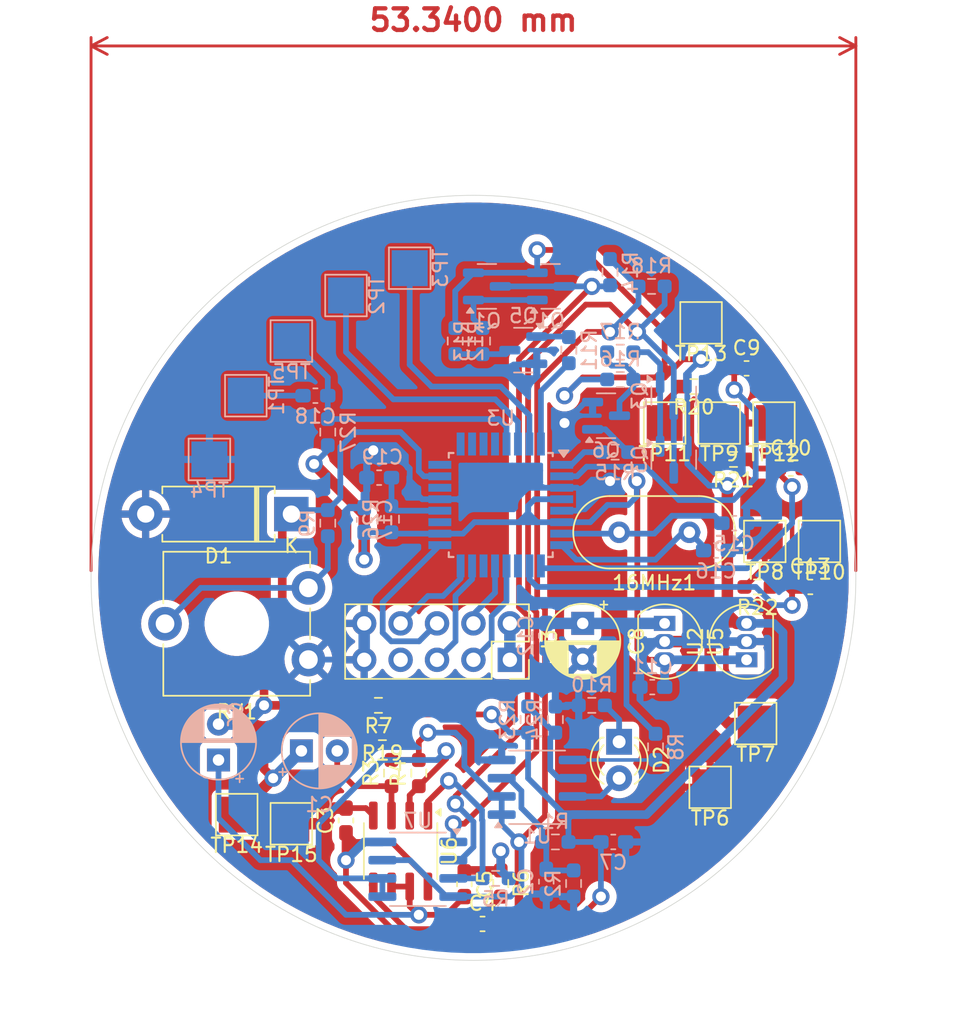
<source format=kicad_pcb>
(kicad_pcb (version 20240108) (generator "pcbnew") (generator_version "8.0")
  (title_block (title "Klokke modul") (date "08-04-2024") (rev "rev. 1") (company "E-ingeniør over grænsen"))
  (layers (0 "F.Cu" signal) (31 "B.Cu" signal) (34 "B.Paste" user) (35 "F.Paste" user) (36 "B.SilkS" user "B.Silkscreen") (37 "F.SilkS" user "F.Silkscreen") (38 "B.Mask" user) (39 "F.Mask" user) (44 "Edge.Cuts" user))
  (net 0 "")
  (net 1 "Rm{slash}L")
  (net 2 "Rm{slash}H")
  (net 3 "Vref45")
  (net 4 "+9V")
  (net 5 "GND")
  (net 6 "Knap1")
  (net 7 "SCK")
  (net 8 "CE")
  (net 9 "U{slash}~{D}_ARD")
  (net 10 "Knap3")
  (net 11 "~{Inc}_ARD")
  (net 12 "MISO")
  (net 13 "MOSI")
  (net 14 "Knap2")
  (net 15 "~{CS}")
  (net 16 "Net-(C5-Pad1)")
  (net 17 "+3V3")
  (net 18 "Net-(D2-A)")
  (net 19 "Net-(D2-K)")
  (net 20 "IRQ")
  (net 21 "Net-(Q1-B)")
  (net 22 "U{slash}~{D}_POT")
  (net 23 "Net-(Q3-B)")
  (net 24 "~{Inc}_POT")
  (net 25 "Net-(R9-Pad2)")
  (net 26 "Net-(U6A-+)")
  (net 27 "Net-(U1A-+)")
  (net 28 "Net-(U6B-+)")
  (net 29 "Net-(U6B--)")
  (net 30 "Net-(U1B-+)")
  (net 31 "Net-(U1B--)")
  (net 32 "Net-(Q5-B)")
  (net 33 "Net-(Q5-C)")
  (net 34 "Net-(Q6-B)")
  (net 35 "Net-(Q6-C)")
  (net 36 "Net-(U3-XTAL1{slash}PB6)")
  (net 37 "Net-(U3-XTAL2{slash}PB7)")
  (net 38 "ADC")
  (net 39 "+5V")
  (net 40 "DTR")
  (net 41 "RESET")
  (net 42 "Net-(U3-AREF)")
  (net 43 "RxD")
  (net 44 "TxD")
  (net 54 "Net-(R20-Pad2)")
  (net 55 "Net-(R21-Pad2)")
  (net 56 "Net-(R22-Pad2)")
  (net 57 "Net-(C1-Pad1)")
  (footprint "TestPoint:TestPoint_Pad_2.5x2.5mm" (layer "F.Cu") (at 118.11 97.79 180)
    (property "Reference" "TP14")
    (property "Value" "MIC")
  )
  (footprint "Capacitor_SMD:C_0603_1608Metric_Pad1.08x0.95mm_HandSolder" (layer "F.Cu") (at 156.755 73.66)
    (property "Reference" "C10")
    (property "Value" "47n")
  )
  (footprint "TestPoint:TestPoint_Pad_2.5x2.5mm" (layer "F.Cu") (at 151.765 70.485 180)
    (property "Reference" "TP9")
    (property "Value" "KNAP2")
  )
  (footprint "Capacitor_SMD:C_0603_1608Metric_Pad1.08x0.95mm_HandSolder" (layer "F.Cu") (at 125.73 98.1975 90)
    (property "Reference" "C3")
    (property "Value" "100n")
  )
  (footprint "Resistor_SMD:R_0603_1608Metric_Pad0.98x0.95mm_HandSolder" (layer "F.Cu") (at 127.9925 90.17 180)
    (property "Reference" "R7")
    (property "Value" "178k")
  )
  (footprint "Package_TO_SOT_THT:TO-92_Inline" (layer "F.Cu") (at 153.67 86.995 90)
    (property "Reference" "U2")
    (property "Value" "LM78L05_TO92")
  )
  (footprint "Diode_THT:D_DO-15_P10.16mm_Horizontal" (layer "F.Cu") (at 121.92 76.835 180)
    (property "Reference" "D1")
    (property "Value" "D_Zener")
  )
  (footprint "TestPoint:TestPoint_Pad_2.5x2.5mm" (layer "F.Cu") (at 147.955 70.485 180)
    (property "Reference" "TP11")
    (property "Value" "KNAP2")
  )
  (footprint "Resistor_SMD:R_0603_1608Metric_Pad0.98x0.95mm_HandSolder" (layer "F.Cu") (at 130.81 94.8925 90)
    (property "Reference" "R4")
    (property "Value" "619R")
  )
  (footprint "Resistor_SMD:R_0603_1608Metric_Pad0.98x0.95mm_HandSolder" (layer "F.Cu") (at 154.435 81.915 180)
    (property "Reference" "R22")
    (property "Value" "1k")
  )
  (footprint "Potentiometer_THT:Potentiometer_ACP_CA9-V10_Vertical_Hole" (layer "F.Cu") (at 123.11 81.98 180)
    (property "Reference" "RV1")
    (property "Value" "47k")
  )
  (footprint "Resistor_SMD:R_0603_1608Metric_Pad0.98x0.95mm_HandSolder" (layer "F.Cu") (at 149.99 67.945 180)
    (property "Reference" "R20")
    (property "Value" "1k")
  )
  (footprint "TestPoint:TestPoint_Pad_2.5x2.5mm" (layer "F.Cu") (at 151.13 95.885 180)
    (property "Reference" "TP6")
    (property "Value" "GND")
  )
  (footprint "Package_TO_SOT_THT:TO-92_Inline" (layer "F.Cu") (at 147.955 84.455 -90)
    (property "Reference" "U5")
    (property "Value" "L78L33_TO92")
  )
  (footprint "TestPoint:TestPoint_Pad_2.5x2.5mm" (layer "F.Cu") (at 121.92 98.425 180)
    (property "Reference" "TP15")
    (property "Value" "GND")
  )
  (footprint "Resistor_SMD:R_0603_1608Metric_Pad0.98x0.95mm_HandSolder" (layer "F.Cu") (at 128.27 92.075 180)
    (property "Reference" "R19")
    (property "Value" "20k")
  )
  (footprint "Capacitor_SMD:C_0603_1608Metric_Pad1.08x0.95mm_HandSolder" (layer "F.Cu") (at 158.115 81.915)
    (property "Reference" "C13")
    (property "Value" "47n")
  )
  (footprint "LED_THT:LED_D3.0mm" (layer "F.Cu") (at 144.78 92.71 -90)
    (property "Reference" "D2")
    (property "Value" "LED")
  )
  (footprint "TestPoint:TestPoint_Pad_2.5x2.5mm" (layer "F.Cu") (at 158.75 78.74 180)
    (property "Reference" "TP10")
    (property "Value" "GND")
  )
  (footprint "Resistor_SMD:R_0603_1608Metric_Pad0.98x0.95mm_HandSolder" (layer "F.Cu") (at 152.7575 73.025 180)
    (property "Reference" "R21")
    (property "Value" "1k")
  )
  (footprint "Capacitor_SMD:C_0603_1608Metric_Pad1.08x0.95mm_HandSolder" (layer "F.Cu") (at 153.67 66.675)
    (property "Reference" "C9")
    (property "Value" "47n")
  )
  (footprint "Capacitor_THT:CP_Radial_D5.0mm_P2.50mm" (layer "F.Cu") (at 142.24 84.455 -90)
    (property "Reference" "C8")
    (property "Value" "10u" (hide yes))
  )
  (footprint "Capacitor_SMD:C_0603_1608Metric_Pad1.08x0.95mm_HandSolder" (layer "F.Cu") (at 135.255 105.41)
    (property "Reference" "C4")
    (property "Value" "100n")
  )
  (footprint "Crystal:Crystal_HC18-U_Vertical" (layer "F.Cu") (at 149.68 78.105 180)
    (property "Reference" "16MHz1")
    (property "Value" "Crystal")
  )
  (footprint "TestPoint:TestPoint_Pad_2.5x2.5mm" (layer "F.Cu") (at 154.94 78.74 180)
    (property "Reference" "TP8")
    (property "Value" "KNAP3")
  )
  (footprint "Resistor_SMD:R_0603_1608Metric_Pad0.98x0.95mm_HandSolder" (layer "F.Cu") (at 128.905 94.8925 90)
    (property "Reference" "R3")
    (property "Value" "200k")
  )
  (footprint "Resistor_SMD:R_0603_1608Metric_Pad0.98x0.95mm_HandSolder" (layer "F.Cu") (at 136.525 102.5925 -90)
    (property "Reference" "R6")
    (property "Value" "1k5")
  )
  (footprint "Package_SO:SOIC-8_3.9x4.9mm_P1.27mm" (layer "F.Cu") (at 129.54 100.33 -90)
    (property "Reference" "U6")
    (property "Value" "TL082")
  )
  (footprint "TestPoint:TestPoint_Pad_2.5x2.5mm" (layer "F.Cu") (at 155.575 70.485 180)
    (property "Reference" "TP12")
    (property "Value" "GND")
  )
  (footprint "Capacitor_SMD:C_0603_1608Metric_Pad1.08x0.95mm_HandSolder" (layer "F.Cu") (at 133.985 102.6425 -90)
    (property "Reference" "C5")
    (property "Value" "100n")
  )
  (footprint "TestPoint:TestPoint_Pad_2.5x2.5mm" (layer "F.Cu") (at 154.305 91.44 180)
    (property "Reference" "TP7")
    (property "Value" "Vbat")
  )
  (footprint "TestPoint:TestPoint_Pad_2.5x2.5mm" (layer "F.Cu") (at 150.495 63.5 180)
    (property "Reference" "TP13")
    (property "Value" "GND")
  )
  (footprint "Connector_PinSocket_2.54mm:PinSocket_2x05_P2.54mm_Vertical" (layer "F.Cu") (at 137.16 86.995 -90)
    (property "Reference" "J3")
    (property "Value" "Conn_02x05_Odd_Even" (hide yes))
  )
  (footprint "Package_TO_SOT_SMD:SOT-23" (layer "B.Cu") (at 148.59 73.04 -90)
    (property "Reference" "Q3")
    (property "Value" "BC856")
  )
  (footprint "Capacitor_SMD:C_0603_1608Metric_Pad1.08x0.95mm_HandSolder" (layer "B.Cu") (at 151.5375 79.375)
    (property "Reference" "C16")
    (property "Value" "18p")
  )
  (footprint "Resistor_SMD:R_0603_1608Metric_Pad0.98x0.95mm_HandSolder" (layer "B.Cu") (at 124.46 77.47 -90)
    (property "Reference" "R9")
    (property "Value" "49k9")
  )
  (footprint "Resistor_SMD:R_0603_1608Metric_Pad0.98x0.95mm_HandSolder" (layer "B.Cu") (at 141.605 102.5925 -90)
    (property "Reference" "R2")
    (property "Value" "10k")
  )
  (footprint "Resistor_SMD:R_0603_1608Metric_Pad0.98x0.95mm_HandSolder" (layer "B.Cu") (at 140.335 91.1625 -90)
    (property "Reference" "R24")
    (property "Value" "6k19")
  )
  (footprint "TestPoint:TestPoint_Pad_2.5x2.5mm" (layer "B.Cu") (at 125.73 61.595 90)
    (property "Reference" "TP2")
    (property "Value" "Rx")
  )
  (footprint "Package_TO_SOT_SMD:SOT-23" (layer "B.Cu") (at 148.59 68.595 -90)
    (property "Reference" "Q3")
    (property "Value" "BC856")
  )
  (footprint "TestPoint:TestPoint_Pad_2.5x2.5mm" (layer "B.Cu") (at 121.92 64.77)
    (property "Reference" "TP5")
    (property "Value" "RST")
  )
  (footprint "Capacitor_SMD:C_0603_1608Metric_Pad1.08x0.95mm_HandSolder" (layer "B.Cu") (at 123.5975 68.58)
    (property "Reference" "C18")
    (property "Value" "100n")
  )
  (footprint "Capacitor_SMD:C_0603_1608Metric_Pad1.08x0.95mm_HandSolder" (layer "B.Cu") (at 139.7 102.4625 -90)
    (property "Reference" "C2")
    (property "Value" "100n")
  )
  (footprint "Resistor_SMD:R_0603_1608Metric_Pad0.98x0.95mm_HandSolder" (layer "B.Cu") (at 140.335 99.695 180)
    (property "Reference" "R1")
    (property "Value" "10k")
  )
  (footprint "Package_SO:SOIC-8_3.9x4.9mm_P1.27mm" (layer "B.Cu") (at 130.745 101.6 180)
    (property "Reference" "U7")
    (property "Value" "X9C104")
  )
  (footprint "Package_TO_SOT_SMD:SOT-23" (layer "B.Cu") (at 143.8675 69.977)
    (property "Reference" "Q6")
    (property "Value" "BC846")
  )
  (footprint "Capacitor_THT:CP_Radial_D5.0mm_P2.50mm" (layer "B.Cu") (at 122.619887 93.345)
    (property "Reference" "C1")
    (property "Value" "47u")
  )
  (footprint "Capacitor_SMD:C_0603_1608Metric_Pad1.08x0.95mm_HandSolder" (layer "B.Cu") (at 144.3725 99.695)
    (property "Reference" "C7")
    (property "Value" "100n")
  )
  (footprint "Resistor_SMD:R_0603_1608Metric_Pad0.98x0.95mm_HandSolder" (layer "B.Cu") (at 144.145 59.9675 90)
    (property "Reference" "R14")
    (property "Value" "10k")
  )
  (footprint "Resistor_SMD:R_0603_1608Metric_Pad0.98x0.95mm_HandSolder" (layer "B.Cu") (at 124.46 71.12 90)
    (property "Reference" "R27")
    (property "Value" "10k")
  )
  (footprint "Resistor_SMD:R_0603_1608Metric_Pad0.98x0.95mm_HandSolder" (layer "B.Cu") (at 144.86 65.547 180)
    (property "Reference" "R17")
    (property "Value" "10k")
  )
  (footprint "TestPoint:TestPoint_Pad_2.5x2.5mm" (layer "B.Cu") (at 116.205 73.025)
    (property "Reference" "TP4")
    (property "Value" "GND")
  )
  (footprint "Capacitor_SMD:C_0603_1608Metric_Pad1.08x0.95mm_HandSolder" (layer "B.Cu") (at 147.0925 88.9 180)
    (property "Reference" "C11")
    (property "Value" "100n")
  )
  (footprint "Resistor_SMD:R_0603_1608Metric_Pad0.98x0.95mm_HandSolder" (layer "B.Cu") (at 135.255 64.77 -90)
    (property "Reference" "R13")
    (property "Value" "10k" (hide yes))
  )
  (footprint "Package_SO:SOIC-8_3.9x4.9mm_P1.27mm" (layer "B.Cu") (at 139.065 95.885)
    (property "Reference" "U1")
    (property "Value" "TL082")
  )
  (footprint "TestPoint:TestPoint_Pad_2.5x2.5mm" (layer "B.Cu") (at 118.745 68.58 90)
    (property "Reference" "TP1")
    (property "Value" "DTR")
  )
  (footprint "Package_TO_SOT_SMD:SOT-23" (layer "B.Cu") (at 135.5575 60.96)
    (property "Reference" "Q1")
    (property "Value" "BC856")
  )
  (footprint "Resistor_SMD:R_0603_1608Metric_Pad0.98x0.95mm_HandSolder" (layer "B.Cu") (at 144.86 67.452 180)
    (property "Reference" "R16")
    (property "Value" "1k")
  )
  (footprint "Resistor_SMD:R_0603_1608Metric_Pad0.98x0.95mm_HandSolder" (layer "B.Cu") (at 147.32 93.0675 90)
    (property "Reference" "R8")
    (property "Value" "4k22")
  )
  (footprint "Capacitor_SMD:C_0603_1608Metric_Pad1.08x0.95mm_HandSolder" (layer "B.Cu") (at 139.7 85.3175 -90)
    (property "Reference" "C12")
    (property "Value" "100n")
  )
  (footprint "Resistor_SMD:R_0603_1608Metric_Pad0.98x0.95mm_HandSolder" (layer "B.Cu") (at 141.2725 65.405 90)
    (property "Reference" "R11")
    (property "Value" "5k")
  )
  (footprint "Resistor_SMD:R_0603_1608Metric_Pad0.98x0.95mm_HandSolder" (layer "B.Cu") (at 138.43 91.1625 -90)
    (property "Reference" "R23")
    (property "Value" "10k")
  )
  (footprint "Package_QFP:TQFP-32_7x7mm_P0.8mm" (layer "B.Cu") (at 136.525 76.2 180)
    (property "Reference" "U3")
    (property "Value" "ATmega168PA-A")
  )
  (footprint "Resistor_SMD:R_0603_1608Metric_Pad0.98x0.95mm_HandSolder" (layer "B.Cu") (at 144.5025 72.517)
    (property "Reference" "R15")
    (property "Value" "5k")
  )
  (footprint "Resistor_SMD:R_0603_1608Metric_Pad0.98x0.95mm_HandSolder" (layer "B.Cu") (at 147.0425 60.96 180)
    (property "Reference" "R18")
    (property "Value" "10k")
  )
  (footprint "Package_TO_SOT_SMD:SOT-23" (layer "B.Cu") (at 138.0975 65.405 180)
    (property "Reference" "Q5")
    (property "Value" "BC846")
  )
  (footprint "Capacitor_SMD:C_0603_1608Metric_Pad1.08x0.95mm_HandSolder" (layer "B.Cu") (at 128.0425 74.295 180)
    (property "Reference" "C19")
    (property "Value" "47n")
  )
  (footprint "Capacitor_SMD:C_0603_1608Metric_Pad1.08x0.95mm_HandSolder" (layer "B.Cu") (at 127 77.2425 90)
    (property "Reference" "C17")
    (property "Value" "100n")
  )
  (footprint "Resistor_SMD:R_0603_1608Metric_Pad0.98x0.95mm_HandSolder" (layer "B.Cu") (at 142.875 90.17 180)
    (property "Reference" "R10")
    (property "Value" "470R")
  )
  (footprint "Package_TO_SOT_SMD:SOT-23" (layer "B.Cu") (at 140.0025 60.96)
    (property "Reference" "Q1")
    (property "Value" "BC856")
  )
  (footprint "TestPoint:TestPoint_Pad_2.5x2.5mm" (layer "B.Cu") (at 130.175 59.69 90)
    (property "Reference" "TP3")
    (property "Value" "Tx")
  )
  (footprint "Capacitor_SMD:C_0603_1608Metric_Pad1.08x0.95mm_HandSolder" (layer "B.Cu") (at 152.8075 77.47)
    (property "Reference" "C15")
    (property "Value" "18p")
  )
  (footprint "Capacitor_THT:CP_Radial_D5.0mm_P2.50mm" (layer "B.Cu") (at 116.84 93.98 90)
    (property "Reference" "C6")
    (property "Value" "47u")
  )
  (footprint "Resistor_SMD:R_0603_1608Metric_Pad0.98x0.95mm_HandSolder" (layer "B.Cu") (at 128.905 77.1925 -90)
    (property "Reference" "R26")
    (property "Value" "1k" (hide yes))
  )
  (footprint "Resistor_SMD:R_0603_1608Metric_Pad0.98x0.95mm_HandSolder" (layer "B.Cu") (at 136.1675 102.235)
    (property "Reference" "R5")
    (property "Value" "1k5")
  )
  (footprint "Resistor_SMD:R_0603_1608Metric_Pad0.98x0.95mm_HandSolder" (layer "B.Cu") (at 133.35 64.77 90)
    (property "Reference" "R12")
    (property "Value" "1k")
  )
  (gr_circle (center 134.62 81.28) (end 107.95 81.28) (stroke (width 0.05)) (fill none) (layer "Edge.Cuts"))
  (dimension (type aligned) (layer "F.Cu") (pts (xy 161.29 81.28) (xy 107.95 81.28)) (height 37.083999) (gr_text "53.3400 mm" (at 134.62 42.396001 0) (layer "F.Cu") (effects (font (size 1.5 1.5) (thickness 0.3)))) (format (prefix "") (suffix "") (units 3) (units_format 1) (precision 4)) (style (thickness 0.2) (arrow_length 1.27) (text_position_mode 0) (extension_height 0.58642) (extension_offset 0.5) keep_text_aligned))
  (segment (start 132.715 93.9) (end 130.81 95.805) (width 0.4) (layer "F.Cu") (net 1))
  (segment (start 130.175 96.44) (end 130.81 95.805) (width 0.4) (layer "F.Cu") (net 1))
  (segment (start 132.715 93.345) (end 132.715 93.9) (width 0.4) (layer "F.Cu") (net 1))
  (segment (start 130.175 97.855) (end 130.175 96.44) (width 0.4) (layer "F.Cu") (net 1))
  (via (at 132.715 93.345) (size 1.2) (drill 0.7) (layers "F.Cu" "B.Cu") (net 1))
  (segment (start 128.27 102.235) (end 128.27 103.505) (width 0.4) (layer "B.Cu") (net 1))
  (segment (start 123.825 100.965) (end 125.095 102.235) (width 0.4) (layer "B.Cu") (net 1))
  (segment (start 128.27 93.98) (end 123.825 98.425) (width 0.4) (layer "B.Cu") (net 1))
  (segment (start 132.08 93.98) (end 128.27 93.98) (width 0.4) (layer "B.Cu") (net 1))
  (segment (start 123.825 98.425) (end 123.825 100.965) (width 0.4) (layer "B.Cu") (net 1))
  (segment (start 132.715 93.345) (end 132.08 93.98) (width 0.4) (layer "B.Cu") (net 1))
  (segment (start 125.095 102.235) (end 128.27 102.235) (width 0.4) (layer "B.Cu") (net 1))
  (segment (start 131.445 96.880001) (end 131.445 97.855) (width 0.4) (layer "F.Cu") (net 2))
  (segment (start 132.895001 95.430001) (end 131.445 96.880001) (width 0.4) (layer "F.Cu") (net 2))
  (via (at 132.895001 95.430001) (size 1.2) (drill 0.7) (layers "F.Cu" "B.Cu") (net 2))
  (segment (start 133.174502 95.430001) (end 135.215 97.470499) (width 0.4) (layer "B.Cu") (net 2))
  (segment (start 135.255 102.235) (end 133.22 102.235) (width 0.4) (layer "B.Cu") (net 2))
  (segment (start 135.255 98.211974) (end 135.255 102.235) (width 0.4) (layer "B.Cu") (net 2))
  (segment (start 135.215 98.171974) (end 135.255 98.211974) (width 0.4) (layer "B.Cu") (net 2))
  (segment (start 132.895001 95.430001) (end 133.174502 95.430001) (width 0.4) (layer "B.Cu") (net 2))
  (segment (start 135.215 97.470499) (end 135.215 98.171974) (width 0.4) (layer "B.Cu") (net 2))
  (segment (start 130.81 93.98) (end 128.905 93.98) (width 0.4) (layer "F.Cu") (net 3))
  (segment (start 139.61 83.440177) (end 139.065 82.895177) (width 0.4) (layer "F.Cu") (net 3))
  (segment (start 137.795 99.695) (end 139.61 97.88) (width 0.4) (layer "F.Cu") (net 3))
  (segment (start 139.61 97.88) (end 139.61 83.440177) (width 0.4) (layer "F.Cu") (net 3))
  (segment (start 137.795 104.775) (end 137.795 99.695) (width 0.6) (layer "F.Cu") (net 3))
  (segment (start 139.065 82.895177) (end 139.065 67.6275) (width 0.4) (layer "F.Cu") (net 3))
  (segment (start 136.1175 105.41) (end 137.16 105.41) (width 0.6) (layer "F.Cu") (net 3))
  (segment (start 130.81 92.71) (end 130.81 93.98) (width 0.4) (layer "F.Cu") (net 3))
  (segment (start 139.065 67.6275) (end 142.5575 64.135) (width 0.4) (layer "F.Cu") (net 3))
  (segment (start 142.5575 64.135) (end 144.145 64.135) (width 0.4) (layer "F.Cu") (net 3))
  (segment (start 137.16 105.41) (end 137.795 104.775) (width 0.6) (layer "F.Cu") (net 3))
  (segment (start 131.445 92.075) (end 130.81 92.71) (width 0.4) (layer "F.Cu") (net 3))
  (via (at 144.145 64.135) (size 1.2) (drill 0.7) (layers "F.Cu" "B.Cu") (net 3))
  (via (at 131.445 92.075) (size 1.2) (drill 0.7) (layers "F.Cu" "B.Cu") (net 3))
  (via (at 137.795 99.695) (size 1.2) (drill 0.7) (layers "F.Cu" "B.Cu") (net 3))
  (segment (start 136.59 98.49) (end 136.59 97.79) (width 0.4) (layer "B.Cu") (net 3))
  (segment (start 146.13 61.04) (end 146.13 62.15) (width 0.4) (layer "B.Cu") (net 3))
  (segment (start 128.27 100.965) (end 130.193026 100.965) (width 0.4) (layer "B.Cu") (net 3))
  (segment (start 133.35 92.075) (end 133.985 92.71) (width 0.4) (layer "B.Cu") (net 3))
  (segment (start 131.445 92.075) (end 133.35 92.075) (width 0.4) (layer "B.Cu") (net 3))
  (segment (start 130.193026 100.965) (end 132.733026 103.505) (width 0.4) (layer "B.Cu") (net 3))
  (segment (start 132.733026 103.505) (end 133.22 103.505) (width 0.4) (layer "B.Cu") (net 3))
  (segment (start 137.795 99.695) (end 137.9675 99.8675) (width 0.4) (layer "B.Cu") (net 3))
  (segment (start 133.985 92.71) (end 133.985 94.401974) (width 0.4) (layer "B.Cu") (net 3))
  (segment (start 137.9675 102.743142) (end 137.205642 103.505) (width 0.4) (layer "B.Cu") (net 3))
  (segment (start 137.795 99.695) (end 136.59 98.49) (width 0.4) (layer "B.Cu") (net 3))
  (segment (start 136.59 96.52) (end 136.59 97.79) (width 0.4) (layer "B.Cu") (net 3))
  (segment (start 137.205642 103.505) (end 133.22 103.505) (width 0.4) (layer "B.Cu") (net 3))
  (segment (start 133.985 94.401974) (end 136.103026 96.52) (width 0.4) (layer "B.Cu") (net 3))
  (segment (start 137.9675 99.8675) (end 137.9675 102.743142) (width 0.4) (layer "B.Cu") (net 3))
  (segment (start 144.145 59.055) (end 146.13 61.04) (width 0.4) (layer "B.Cu") (net 3))
  (segment (start 146.13 62.15) (end 144.145 64.135) (width 0.4) (layer "B.Cu") (net 3))
  (segment (start 136.103026 96.52) (end 136.59 96.52) (width 0.4) (layer "B.Cu") (net 3))
  (segment (start 151.725393 84.415393) (end 152.327893 83.812893) (width 0.8) (layer "F.Cu") (net 4))
  (segment (start 131.445 102.235) (end 131.445 102.805) (width 0.4) (layer "F.Cu") (net 4))
  (segment (start 140.97 68.58) (end 142.24 67.31) (width 0.4) (layer "F.Cu") (net 4))
  (segment (start 148.59 66.675) (end 149.225 66.04) (width 0.4) (layer "F.Cu") (net 4))
  (segment (start 152.4 91.44) (end 151.13 90.17) (width 0.8) (layer "F.Cu") (net 4))
  (segment (start 147.955 66.675) (end 147.32 67.31) (width 0.4) (layer "F.Cu") (net 4))
  (segment (start 128.905 91.7975) (end 129.1825 92.075) (width 0.4) (layer "F.Cu") (net 4))
  (segment (start 129.479092 106.3) (end 140.715 106.3) (width 0.4) (layer "F.Cu") (net 4))
  (segment (start 125.73 100.965) (end 125.73 102.550908) (width 0.4) (layer "F.Cu") (net 4))
  (segment (start 135.89 90.805) (end 130.4525 90.805) (width 0.4) (layer "F.Cu") (net 4))
  (segment (start 125.73 99.695) (end 125.73 99.06) (width 0.6) (layer "F.Cu") (net 4))
  (segment (start 139.065 58.42) (end 142.24 58.42) (width 0.4) (layer "F.Cu") (net 4))
  (segment (start 151.685786 84.455) (end 151.725393 84.415393) (width 0.6) (layer "F.Cu") (net 4))
  (segment (start 126.365 99.695) (end 125.73 99.695) (width 0.25) (layer "F.Cu") (net 4))
  (segment (start 147.32 67.31) (end 146.685 67.31) (width 0.4) (layer "F.Cu") (net 4))
  (segment (start 154.305 91.44) (end 152.4 91.44) (width 0.8) (layer "F.Cu") (net 4))
  (segment (start 142.24 58.42) (end 147.955 64.135) (width 0.4) (layer "F.Cu") (net 4))
  (segment (start 152.327893 74.857893) (end 152.327893 83.812893) (width 0.8) (layer "F.Cu") (net 4))
  (segment (start 151.13 90.17) (end 151.13 85.010786) (width 0.8) (layer "F.Cu") (net 4))
  (segment (start 152.97 84.455) (end 153.67 84.455) (width 0.8) (layer "F.Cu") (net 4))
  (segment (start 126.365 99.695) (end 128.905 99.695) (width 0.4) (layer "F.Cu") (net 4))
  (segment (start 126.365 99.695) (end 125.73 100.33) (width 0.4) (layer "F.Cu") (net 4))
  (segment (start 147.955 66.675) (end 148.59 66.675) (width 0.4) (layer "F.Cu") (net 4))
  (segment (start 130.4525 90.805) (end 129.1825 92.075) (width 0.4) (layer "F.Cu") (net 4))
  (segment (start 146.685 67.31) (end 147.955 67.31) (width 0.4) (layer "F.Cu") (net 4))
  (segment (start 128.905 99.695) (end 131.445 102.235) (width 0.4) (layer "F.Cu") (net 4))
  (segment (start 151.13 85.010786) (end 151.725393 84.415393) (width 0.8) (layer "F.Cu") (net 4))
  (segment (start 142.24 67.31) (end 146.685 67.31) (width 0.4) (layer "F.Cu") (net 4))
  (segment (start 130.4525 90.805) (end 129.54 90.805) (width 0.4) (layer "F.Cu") (net 4))
  (segment (start 125.73 102.550908) (end 129.479092 106.3) (width 0.4) (layer "F.Cu") (net 4))
  (segment (start 152.327893 83.812893) (end 152.97 84.455) (width 0.8) (layer "F.Cu") (net 4))
  (segment (start 125.73 99.06) (end 126.365 99.695) (width 0.4) (layer "F.Cu") (net 4))
  (segment (start 147.955 67.31) (end 148.59 66.675) (width 0.4) (layer "F.Cu") (net 4))
  (segment (start 125.73 100.33) (end 125.73 99.695) (width 0.6) (layer "F.Cu") (net 4))
  (segment (start 147.955 66.675) (end 147.955 67.31) (width 0.4) (layer "F.Cu") (net 4))
  (segment (start 140.715 106.3) (end 143.51 103.505) (width 0.4) (layer "F.Cu") (net 4))
  (segment (start 129.54 90.805) (end 128.905 90.17) (width 0.4) (layer "F.Cu") (net 4))
  (segment (start 147.955 64.135) (end 147.955 66.675) (width 0.4) (layer "F.Cu") (net 4))
  (segment (start 125.73 100.965) (end 125.73 100.33) (width 0.6) (layer "F.Cu") (net 4))
  (segment (start 128.905 90.17) (end 128.905 91.7975) (width 0.4) (layer "F.Cu") (net 4))
  (segment (start 149.225 66.04) (end 150.495 66.04) (width 0.4) (layer "F.Cu") (net 4))
  (segment (start 153.67 84.455) (end 151.685786 84.455) (width 0.6) (layer "F.Cu") (net 4))
  (via (at 125.73 100.965) (size 1.2) (drill 0.7) (layers "F.Cu" "B.Cu") (net 4))
  (via (at 150.495 66.04) (size 1.2) (drill 0.7) (layers "F.Cu" "B.Cu") (net 4))
  (via (at 143.51 103.505) (size 1.2) (drill 0.7) (layers "F.Cu" "B.Cu") (net 4))
  (via (at 140.97 68.58) (size 1.2) (drill 0.7) (layers "F.Cu" "B.Cu") (net 4))
  (via (at 152.327893 74.857893) (size 1.2) (drill 0.7) (layers "F.Cu" "B.Cu") (net 4))
  (via (at 135.89 90.805) (size 1.2) (drill 0.7) (layers "F.Cu" "B.Cu") (net 4))
  (via (at 139.065 58.42) (size 1.2) (drill 0.7) (layers "F.Cu" "B.Cu") (net 4))
  (segment (start 134.62 60.01) (end 133.35 61.28) (width 0.4) (layer "B.Cu") (net 4))
  (segment (start 142.098 67.452) (end 143.9475 67.452) (width 0.4) (layer "B.Cu") (net 4))
  (segment (start 149.54 73.34) (end 149.54 72.1025) (width 0.4) (layer "B.Cu") (net 4))
  (segment (start 139.065 58.42) (end 139.065 60.01) (width 0.4) (layer "B.Cu") (net 4))
  (segment (start 149.54 67.6575) (end 149.54 72.1025) (width 0.4) (layer "B.Cu") (net 4))
  (segment (start 128.27 99.695) (end 127 99.695) (width 0.6) (layer "B.Cu") (net 4))
  (segment (start 140.97 97.79) (end 138.43 95.25) (width 0.4) (layer "B.Cu") (net 4))
  (segment (start 151.057893 74.857893) (end 149.54 73.34) (width 0.4) (layer "B.Cu") (net 4))
  (segment (start 143.51 99.695) (end 141.2475 99.695) (width 0.4) (layer "B.Cu") (net 4))
  (segment (start 139.065 60.01) (end 134.62 60.01) (width 0.4) (layer "B.Cu") (net 4))
  (segment (start 141.54 97.79) (end 140.97 97.79) (width 0.4) (layer "B.Cu") (net 4))
  (segment (start 150.495 66.04) (end 149.54 66.995) (width 0.4) (layer "B.Cu") (net 4))
  (segment (start 141.54 97.79) (end 146.685 97.79) (width 0.6) (layer "B.Cu") (net 4))
  (segment (start 146.685 97.79) (end 156.21 88.265) (width 0.6) (layer "B.Cu") (net 4))
  (segment (start 141.2475 98.0825) (end 141.2475 99.695) (width 0.4) (layer "B.Cu") (net 4))
  (segment (start 155.575 84.455) (end 153.67 84.455) (width 0.6) (layer "B.Cu") (net 4))
  (segment (start 152.327893 74.857893) (end 151.057893 74.857893) (width 0.4) (layer "B.Cu") (net 4))
  (segment (start 127 99.695) (end 125.73 100.965) (width 0.6) (layer "B.Cu") (net 4))
  (segment (start 133.35 61.28) (end 133.35 63.8575) (width 0.4) (layer "B.Cu") (net 4))
  (segment (start 140.97 68.58) (end 142.098 67.452) (width 0.4) (layer "B.Cu") (net 4))
  (segment (start 138.43 92.075) (end 137.16 92.075) (width 0.4) (layer "B.Cu") (net 4))
  (segment (start 138.43 95.25) (end 138.43 92.075) (width 0.4) (layer "B.Cu") (net 4))
  (segment (start 149.54 66.995) (end 149.54 67.6575) (width 0.4) (layer "B.Cu") (net 4))
  (segment (start 137.16 92.075) (end 135.89 90.805) (width 0.4) (layer "B.Cu") (net 4))
  (segment (start 141.54 97.79) (end 141.2475 98.0825) (width 0.4) (layer "B.Cu") (net 4))
  (segment (start 156.21 85.09) (end 155.575 84.455) (width 0.6) (layer "B.Cu") (net 4))
  (segment (start 156.21 88.265) (end 156.21 85.09) (width 0.6) (layer "B.Cu") (net 4))
  (segment (start 143.51 99.695) (end 143.51 103.505) (width 0.4) (layer "B.Cu") (net 4))
  (segment (start 127.115 97.335) (end 127.635 97.855) (width 0.4) (layer "F.Cu") (net 5))
  (segment (start 149.305 85.725) (end 149.86 86.28) (width 0.8) (layer "F.Cu") (net 5))
  (segment (start 124.915 97.335) (end 123.825 98.425) (width 0.8) (layer "F.Cu") (net 5))
  (segment (start 147.955 85.725) (end 149.305 85.725) (width 0.8) (layer "F.Cu") (net 5))
  (segment (start 149.86 94.615) (end 151.13 95.885) (width 0.8) (layer "F.Cu") (net 5))
  (segment (start 149.86 86.28) (end 149.86 94.615) (width 0.8) (layer "F.Cu") (net 5))
  (segment (start 125.73 97.335) (end 127.115 97.335) (width 0.4) (layer "F.Cu") (net 5))
  (segment (start 123.825 98.425) (end 121.92 98.425) (width 0.8) (layer "F.Cu") (net 5))
  (segment (start 125.73 97.335) (end 124.915 97.335) (width 0.8) (layer "F.Cu") (net 5))
  (via (at 140.97 70.485) (size 1.2) (drill 0.7) (layers "F.Cu" "B.Cu") (net 5))
  (via (at 144.145 74.533) (size 1.2) (drill 0.7) (layers "F.Cu" "B.Cu") (net 5))
  (via (at 127.635 72.39) (size 1.2) (drill 0.7) (layers "F.Cu" "B.Cu") (net 5))
  (segment (start 127.18 76.2) (end 127 76.38) (width 0.4) (layer "B.Cu") (net 5))
  (segment (start 144.145 74.533) (end 142.343 76.335) (width 0.4) (layer "B.Cu") (net 5))
  (segment (start 141.85 76.6) (end 141.975 76.475) (width 0.4) (layer "B.Cu") (net 5))
  (segment (start 127.18 74.295) (end 127.18 76.2) (width 0.4) (layer "B.Cu") (net 5))
  (segment (start 130.175 74.93) (end 131.045 75.8) (width 0.4) (layer "B.Cu") (net 5))
  (segment (start 131.045 75.8) (end 132.275 75.8) (width 0.4) (layer "B.Cu") (net 5))
  (segment (start 142.93 69.027) (end 142.428 69.027) (width 0.4) (layer "B.Cu") (net 5))
  (segment (start 127.635 72.39) (end 127.18 72.845) (width 0.4) (layer "B.Cu") (net 5))
  (segment (start 147.32 85.725) (end 146.23 86.815) (width 0.6) (layer "B.Cu") (net 5))
  (segment (start 128.905 72.39) (end 130.175 73.66) (width 0.4) (layer "B.Cu") (net 5))
  (segment (start 146.23 86.815) (end 146.23 88.9) (width 0.6) (layer "B.Cu") (net 5))
  (segment (start 153.67 85.725) (end 147.955 85.725) (width 0.6) (layer "B.Cu") (net 5))
  (segment (start 130.175 73.66) (end 130.175 74.93) (width 0.4) (layer "B.Cu") (net 5))
  (segment (start 126.985 86.98) (end 127 86.995) (width 0.4) (layer "B.Cu") (net 5))
  (segment (start 141.975 76.475) (end 141.975 75.565) (width 0.4) (layer "B.Cu") (net 5))
  (segment (start 141.975 76.2) (end 141.975 75.565) (width 0.4) (layer "B.Cu") (net 5))
  (segment (start 134.62 75) (end 133.82 75.8) (width 0.4) (layer "B.Cu") (net 5))
  (segment (start 140.775 76.6) (end 141.85 76.6) (width 0.4) (layer "B.Cu") (net 5))
  (segment (start 127.635 72.39) (end 128.905 72.39) (width 0.4) (layer "B.Cu") (net 5))
  (segment (start 140.775 75) (end 134.62 75) (width 0.4) (layer "B.Cu") (net 5))
  (segment (start 141.975 75.565) (end 141.975 76.07) (width 0.4) (layer "B.Cu") (net 5))
  (segment (start 142.343 76.335) (end 142.24 76.335) (width 0.4) (layer "B.Cu") (net 5))
  (segment (start 142.24 90.17) (end 140.415 90.17) (width 0.4) (layer "B.Cu") (net 5))
  (segment (start 140.415 90.17) (end 140.335 90.25) (width 0.4) (layer "B.Cu") (net 5))
  (segment (start 141.975 75.565) (end 141.975 75.125) (width 0.4) (layer "B.Cu") (net 5))
  (segment (start 123.11 86.98) (end 126.985 86.98) (width 0.4) (layer "B.Cu") (net 5))
  (segment (start 153.67 77.47) (end 153.67 78.105) (width 0.4) (layer "B.Cu") (net 5))
  (segment (start 142.11 76.335) (end 141.975 76.2) (width 0.4) (layer "B.Cu") (net 5))
  (segment (start 147.955 85.725) (end 147.32 85.725) (width 0.6) (layer "B.Cu") (net 5))
  (segment (start 141.975 76.07) (end 142.24 76.335) (width 0.4) (layer "B.Cu") (net 5))
  (segment (start 141.975 75.125) (end 141.85 75) (width 0.4) (layer "B.Cu") (net 5))
  (segment (start 127 84.455) (end 127 86.995) (width 0.8) (layer "B.Cu") (net 5))
  (segment (start 142.24 76.335) (end 141.975 76.6) (width 0.4) (layer "B.Cu") (net 5))
  (segment (start 127.18 72.845) (end 127.18 74.295) (width 0.4) (layer "B.Cu") (net 5))
  (segment (start 142.428 69.027) (end 140.97 70.485) (width 0.4) (layer "B.Cu") (net 5))
  (segment (start 142.343 76.335) (end 142.11 76.335) (width 0.4) (layer "B.Cu") (net 5))
  (segment (start 141.85 75) (end 140.775 75) (width 0.4) (layer "B.Cu") (net 5))
  (segment (start 153.67 78.105) (end 152.4 79.375) (width 0.4) (layer "B.Cu") (net 5))
  (segment (start 133.82 75.8) (end 132.275 75.8) (width 0.4) (layer "B.Cu") (net 5))
  (segment (start 141.975 76.6) (end 140.775 76.6) (width 0.4) (layer "B.Cu") (net 5))
  (segment (start 150.9025 67.945) (end 152.1725 66.675) (width 0.4) (layer "F.Cu") (net 6))
  (segment (start 152.1725 66.675) (end 152.8075 66.675) (width 0.4) (layer "F.Cu") (net 6))
  (segment (start 152.8075 68.1725) (end 152.8075 66.675) (width 0.4) (layer "F.Cu") (net 6))
  (via (at 152.8075 68.1725) (size 1.2) (drill 0.7) (layers "F.Cu" "B.Cu") (net 6))
  (segment (start 148.950919 75.857893) (end 146.626026 73.533) (width 0.4) (layer "B.Cu") (net 6))
  (segment (start 154.305 69.67) (end 154.305 74.295) (width 0.4) (layer "B.Cu") (net 6))
  (segment (start 154.305 74.295) (end 152.742107 75.857893) (width 0.4) (layer "B.Cu") (net 6))
  (segment (start 152.742107 75.857893) (end 148.950919 75.857893) (width 0.4) (layer "B.Cu") (net 6))
  (segment (start 152.8075 68.1725) (end 154.305 69.67) (width 0.4) (layer "B.Cu") (net 6))
  (segment (start 142.517 73.533) (end 141.85 74.2) (width 0.4) (layer "B.Cu") (net 6))
  (segment (start 146.626026 73.533) (end 142.517 73.533) (width 0.4) (layer "B.Cu") (net 6))
  (segment (start 141.85 74.2) (end 140.775 74.2) (width 0.4) (layer "B.Cu") (net 6))
  (segment (start 130.83 85.705) (end 128.885 85.705) (width 0.4) (layer "B.Cu") (net 7))
  (segment (start 128.29 85.11) (end 128.29 82.985) (width 0.4) (layer "B.Cu") (net 7))
  (segment (start 132.08 84.455) (end 130.83 85.705) (width 0.4) (layer "B.Cu") (net 7))
  (segment (start 128.885 85.705) (end 128.29 85.11) (width 0.4) (layer "B.Cu") (net 7))
  (segment (start 128.29 82.985) (end 132.275 79) (width 0.4) (layer "B.Cu") (net 7))
  (segment (start 136.125 80.45) (end 136.125 82.315) (width 0.4) (layer "B.Cu") (net 8))
  (segment (start 136.125 82.315) (end 134.62 83.82) (width 0.4) (layer "B.Cu") (net 8))
  (segment (start 134.62 83.82) (end 134.62 84.455) (width 0.4) (layer "B.Cu") (net 8))
  (segment (start 141.2725 66.3175) (end 139.325 68.265) (width 0.4) (layer "B.Cu") (net 9))
  (segment (start 139.325 68.265) (end 139.325 71.95) (width 0.4) (layer "B.Cu") (net 9))
  (segment (start 156.845 83.185) (end 156.845 82.3225) (width 0.4) (layer "F.Cu") (net 10))
  (segment (start 156.21 81.915) (end 156.4375 81.915) (width 0.4) (layer "F.Cu") (net 10))
  (segment (start 156.845 82.3225) (end 157.2525 81.915) (width 0.4) (layer "F.Cu") (net 10))
  (segment (start 156.845 81.915) (end 156.21 81.915) (width 0.4) (layer "F.Cu") (net 10))
  (segment (start 156.21 81.915) (end 155.3475 81.915) (width 0.4) (layer "F.Cu") (net 10))
  (segment (start 157.2525 81.915) (end 156.845 81.915) (width 0.4) (layer "F.Cu") (net 10))
  (segment (start 156.4375 81.915) (end 156.845 82.3225) (width 0.4) (layer "F.Cu") (net 10))
  (segment (start 156.845 83.185) (end 156.845 81.915) (width 0.4) (layer "F.Cu") (net 10))
  (via (at 156.845 83.185) (size 1.2) (drill 0.7) (layers "F.Cu" "B.Cu") (net 10))
  (segment (start 155.575 83.185) (end 154.305 81.915) (width 0.4) (layer "B.Cu") (net 10))
  (segment (start 138.525 81.375) (end 138.525 80.45) (width 0.4) (layer "B.Cu") (net 10))
  (segment (start 156.845 83.185) (end 155.575 83.185) (width 0.4) (layer "B.Cu") (net 10))
  (segment (start 139.065 81.915) (end 138.525 81.375) (width 0.4) (layer "B.Cu") (net 10))
  (segment (start 154.305 81.915) (end 139.065 81.915) (width 0.4) (layer "B.Cu") (net 10))
  (segment (start 141.4545 73.4) (end 142.3375 72.517) (width 0.4) (layer "B.Cu") (net 11))
  (segment (start 140.775 73.4) (end 141.4545 73.4) (width 0.4) (layer "B.Cu") (net 11))
  (segment (start 142.3375 72.517) (end 143.59 72.517) (width 0.4) (layer "B.Cu") (net 11))
  (segment (start 131.445 82.55) (end 129.54 84.455) (width 0.4) (layer "B.Cu") (net 12))
  (segment (start 133.725 80.45) (end 133.725 81.326472) (width 0.4) (layer "B.Cu") (net 12))
  (segment (start 133.725 81.326472) (end 132.501472 82.55) (width 0.4) (layer "B.Cu") (net 12))
  (segment (start 132.501472 82.55) (end 131.445 82.55) (width 0.4) (layer "B.Cu") (net 12))
  (segment (start 134.525 81.375) (end 133.37 82.53) (width 0.4) (layer "B.Cu") (net 13))
  (segment (start 133.37 82.53) (end 133.37 85.705) (width 0.4) (layer "B.Cu") (net 13))
  (segment (start 133.37 85.705) (end 132.08 86.995) (width 0.4) (layer "B.Cu") (net 13))
  (segment (start 134.525 80.45) (end 134.525 81.375) (width 0.4) (layer "B.Cu") (net 13))
  (segment (start 155.8925 73.9775) (end 155.8925 73.66) (width 0.4) (layer "F.Cu") (net 14))
  (segment (start 155.8925 73.66) (end 154.305 73.66) (width 0.4) (layer "F.Cu") (net 14))
  (segment (start 154.305 73.66) (end 153.67 73.025) (width 0.4) (layer "F.Cu") (net 14))
  (segment (start 156.845 74.93) (end 155.8925 73.9775) (width 0.4) (layer "F.Cu") (net 14))
  (via (at 156.845 74.93) (size 1.2) (drill 0.7) (layers "F.Cu" "B.Cu") (net 14))
  (segment (start 139.485 80.61) (end 139.325 80.45) (width 0.4) (layer "B.Cu") (net 14))
  (segment (start 156.845 74.93) (end 156.845 77.47) (width 0.4) (layer "B.Cu") (net 14))
  (segment (start 156.845 77.47) (end 153.705 80.61) (width 0.4) (layer "B.Cu") (net 14))
  (segment (start 153.705 80.61) (end 139.485 80.61) (width 0.4) (layer "B.Cu") (net 14))
  (segment (start 135.89 85.725) (end 134.62 86.995) (width 0.4) (layer "B.Cu") (net 15))
  (segment (start 135.89 83.957233) (end 135.89 85.725) (width 0.4) (layer "B.Cu") (net 15))
  (segment (start 136.925 80.45) (end 136.925 82.922233) (width 0.4) (layer "B.Cu") (net 15))
  (segment (start 136.925 82.922233) (end 135.89 83.957233) (width 0.4) (layer "B.Cu") (net 15))
  (segment (start 134.085 101.68) (end 133.985 101.78) (width 0.6) (layer "F.Cu") (net 16))
  (segment (start 136.525 101.68) (end 134.085 101.68) (width 0.6) (layer "F.Cu") (net 16))
  (segment (start 136.525 101.68) (end 136.525 100.33) (width 0.6) (layer "F.Cu") (net 16))
  (via (at 136.525 100.33) (size 1.2) (drill 0.7) (layers "F.Cu" "B.Cu") (net 16))
  (segment (start 136.525 101.68) (end 137.08 102.235) (width 0.6) (layer "B.Cu") (net 16))
  (segment (start 136.525 100.33) (end 136.525 101.68) (width 0.6) (layer "B.Cu") (net 16))
  (segment (start 145.2925 90.1275) (end 145.2925 85.2125) (width 0.4) (layer "B.Cu") (net 17))
  (segment (start 137.16 84.455) (end 137.16 86.995) (width 0.8) (layer "B.Cu") (net 17))
  (segment (start 145.2925 85.2125) (end 146.05 84.455) (width 0.4) (layer "B.Cu") (net 17))
  (segment (start 145.2925 84.5775) (end 145.415 84.455) (width 0.4) (layer "B.Cu") (net 17))
  (segment (start 145.2925 85.2125) (end 144.78 84.7) (width 0.4) (layer "B.Cu") (net 17))
  (segment (start 142.24 84.455) (end 137.16 84.455) (width 0.8) (layer "B.Cu") (net 17))
  (segment (start 146.05 84.455) (end 147.955 84.455) (width 0.4) (layer "B.Cu") (net 17))
  (segment (start 142.24 84.455) (end 144.78 84.455) (width 0.8) (layer "B.Cu") (net 17))
  (segment (start 145.415 84.455) (end 147.955 84.455) (width 0.8) (layer "B.Cu") (net 17))
  (segment (start 144.78 84.7) (end 144.78 84.455) (width 0.4) (layer "B.Cu") (net 17))
  (segment (start 145.2925 85.2125) (end 145.2925 84.5775) (width 0.4) (layer "B.Cu") (net 17))
  (segment (start 144.78 84.455) (end 145.415 84.455) (width 0.8) (layer "B.Cu") (net 17))
  (segment (start 147.32 92.155) (end 145.2925 90.1275) (width 0.4) (layer "B.Cu") (net 17))
  (segment (start 143.51 96.52) (end 141.54 96.52) (width 0.4) (layer "B.Cu") (net 18))
  (segment (start 144.78 95.25) (end 143.51 96.52) (width 0.4) (layer "B.Cu") (net 18))
  (segment (start 144.78 91.1625) (end 143.7875 90.17) (width 0.4) (layer "B.Cu") (net 19))
  (segment (start 144.78 92.71) (end 144.78 91.1625) (width 0.4) (layer "B.Cu") (net 19))
  (segment (start 134.62 61.91) (end 134.62 63.2225) (width 0.4) (layer "B.Cu") (net 21))
  (segment (start 134.62 63.2225) (end 135.255 63.8575) (width 0.4) (layer "B.Cu") (net 21))
  (segment (start 139.065 61.91) (end 134.62 61.91) (width 0.4) (layer "B.Cu") (net 21))
  (segment (start 133.362562 96.507438) (end 138.41 91.46) (width 0.4) (layer "F.Cu") (net 22))
  (segment (start 138.41 83.937233) (end 137.795 83.322233) (width 0.4) (layer "F.Cu") (net 22))
  (segment (start 137.795 83.322233) (end 137.795 66.04) (width 0.4) (layer "F.Cu") (net 22))
  (segment (start 137.795 66.04) (end 142.875 60.96) (width 0.4) (layer "F.Cu") (net 22))
  (segment (start 138.41 91.46) (end 138.41 83.937233) (width 0.4) (layer "F.Cu") (net 22))
  (segment (start 133.362562 97.032275) (end 133.362562 96.507438) (width 0.4) (layer "F.Cu") (net 22))
  (via (at 142.875 60.96) (size 1.2) (drill 0.7) (layers "F.Cu" "B.Cu") (net 22))
  (via (at 133.362562 97.032275) (size 1.2) (drill 0.7) (layers "F.Cu" "B.Cu") (net 22))
  (segment (start 144.5025 60.96) (end 142.875 60.96) (width 0.4) (layer "B.Cu") (net 22))
  (segment (start 134.62 100.051974) (end 133.706974 100.965) (width 0.4) (layer "B.Cu") (net 22))
  (segment (start 133.362562 97.032275) (end 134.62 98.289713) (width 0.4) (layer "B.Cu") (net 22))
  (segment (start 134.62 98.289713) (end 134.62 100.051974) (width 0.4) (layer "B.Cu") (net 22))
  (segment (start 142.875 60.96) (end 140.94 60.96) (width 0.4) (layer "B.Cu") (net 22))
  (segment (start 133.706974 100.965) (end 133.22 100.965) (width 0.4) (layer "B.Cu") (net 22))
  (segment (start 140.94 60.96) (end 136.495 60.96) (width 0.4) (layer "B.Cu") (net 22))
  (segment (start 145.7725 65.547) (end 146.812 65.547) (width 0.4) (layer "B.Cu") (net 23))
  (segment (start 147.64 72.1025) (end 147.64 67.6575) (width 0.4) (layer "B.Cu") (net 23))
  (segment (start 147.64 66.375) (end 147.64 67.6575) (width 0.4) (layer "B.Cu") (net 23))
  (segment (start 146.812 65.547) (end 147.64 66.375) (width 0.4) (layer "B.Cu") (net 23))
  (segment (start 138.43 83.108705) (end 139.01 83.688705) (width 0.4) (layer "F.Cu") (net 24))
  (segment (start 139.01 83.688705) (end 139.01 93.4) (width 0.4) (layer "F.Cu") (net 24))
  (segment (start 142.453528 62.23) (end 138.43 66.253528) (width 0.4) (layer "F.Cu") (net 24))
  (segment (start 144.145 62.23) (end 142.453528 62.23) (width 0.4) (layer "F.Cu") (net 24))
  (segment (start 133.985 98.425) (end 133.22 98.425) (width 0.4) (layer "F.Cu") (net 24))
  (segment (start 138.43 66.253528) (end 138.43 83.108705) (width 0.4) (layer "F.Cu") (net 24))
  (segment (start 139.01 93.4) (end 133.985 98.425) (width 0.4) (layer "F.Cu") (net 24))
  (segment (start 146.05 64.135) (end 144.145 62.23) (width 0.4) (layer "F.Cu") (net 24))
  (via (at 146.05 64.135) (size 1.2) (drill 0.7) (layers "F.Cu" "B.Cu") (net 24))
  (via (at 133.22 98.425) (size 1.2) (drill 0.7) (layers "F.Cu" "B.Cu") (net 24))
  (segment (start 146.05 64.135) (end 147.955 62.23) (width 0.4) (layer "B.Cu") (net 24))
  (segment (start 148.59 73.9775) (end 148.59 69.5325) (width 0.4) (layer "B.Cu") (net 24))
  (segment (start 146.248528 64.135) (end 148.59 66.476472) (width 0.4) (layer "B.Cu") (net 24))
  (segment (start 148.59 66.476472) (end 148.59 69.5325) (width 0.4) (layer "B.Cu") (net 24))
  (segment (start 147.955 62.23) (end 147.955 60.96) (width 0.4) (layer "B.Cu") (net 24))
  (segment (start 133.22 98.425) (end 133.22 99.695) (width 0.4) (layer "B.Cu") (net 24))
  (segment (start 146.05 64.135) (end 146.248528 64.135) (width 0.4) (layer "B.Cu") (net 24))
  (segment (start 124.46 78.3825) (end 124.46 80.63) (width 0.4) (layer "B.Cu") (net 25))
  (segment (start 123.11 81.98) (end 115.61 81.98) (width 0.4) (layer "B.Cu") (net 25))
  (segment (start 115.61 81.98) (end 113.11 84.48) (width 0.4) (layer "B.Cu") (net 25))
  (segment (start 124.46 80.63) (end 123.11 81.98) (width 0.4) (layer "B.Cu") (net 25))
  (segment (start 125.119887 93.345) (end 125.119887 94.639887) (width 0.4) (layer "F.Cu") (net 26))
  (segment (start 128.905 95.805) (end 128.905 97.855) (width 0.4) (layer "F.Cu") (net 26))
  (segment (start 125.119887 94.639887) (end 126.285 95.805) (width 0.4) (layer "F.Cu") (net 26))
  (segment (start 126.285 95.805) (end 128.905 95.805) (width 0.4) (layer "F.Cu") (net 26))
  (segment (start 141.605 101.68) (end 139.78 101.68) (width 0.4) (layer "B.Cu") (net 27))
  (segment (start 137.965 96.138026) (end 137.076974 95.25) (width 0.4) (layer "B.Cu") (net 27))
  (segment (start 137.965 97.325) (end 137.965 96.138026) (width 0.4) (layer "B.Cu") (net 27))
  (segment (start 139.7 101.6) (end 139.7 99.9725) (width 0.4) (layer "B.Cu") (net 27))
  (segment (start 137.076974 95.25) (end 136.59 95.25) (width 0.4) (layer "B.Cu") (net 27))
  (segment (start 139.4225 98.7825) (end 137.965 97.325) (width 0.4) (layer "B.Cu") (net 27))
  (segment (start 139.4225 99.695) (end 139.4225 98.7825) (width 0.4) (layer "B.Cu") (net 27))
  (segment (start 139.78 101.68) (end 139.7 101.6) (width 0.4) (layer "B.Cu") (net 27))
  (segment (start 139.7 99.9725) (end 139.4225 99.695) (width 0.4) (layer "B.Cu") (net 27))
  (segment (start 127.52 102.69) (end 127.635 102.805) (width 0.4) (layer "F.Cu") (net 28))
  (segment (start 129.905 105.775) (end 134.0275 105.775) (width 0.4) (layer "F.Cu") (net 28))
  (segment (start 134.62 105.41) (end 136.525 103.505) (width 0.4) (layer "F.Cu") (net 28))
  (segment (start 134.0275 105.775) (end 134.3925 105.41) (width 0.4) (layer "F.Cu") (net 28))
  (segment (start 134.3925 105.41) (end 134.62 105.41) (width 0.4) (layer "F.Cu") (net 28))
  (segment (start 127.635 103.505) (end 129.905 105.775) (width 0.4) (layer "F.Cu") (net 28))
  (segment (start 127.635 102.805) (end 127.635 103.505) (width 0.4) (layer "F.Cu") (net 28))
  (segment (start 130.175 102.805) (end 128.905 102.805) (width 0.4) (layer "F.Cu") (net 29))
  (segment (start 132.715 104.775) (end 133.985 103.505) (width 0.4) (layer "F.Cu") (net 29))
  (segment (start 130.175 102.805) (end 130.175 104.181513) (width 0.4) (layer "F.Cu") (net 29))
  (segment (start 130.768487 104.775) (end 130.81 104.775) (width 0.4) (layer "F.Cu") (net 29))
  (segment (start 130.81 104.775) (end 132.715 104.775) (width 0.4) (layer "F.Cu") (net 29))
  (segment (start 130.175 104.181513) (end 130.768487 104.775) (width 0.4) (layer "F.Cu") (net 29))
  (via (at 130.81 104.775) (size 1.2) (drill 0.7) (layers "F.Cu" "B.Cu") (net 29))
  (segment (start 116.84 98.04327) (end 116.84 93.98) (width 0.4) (layer "B.Cu") (net 29))
  (segment (start 130.81 104.775) (end 125.73 104.775) (width 0.4) (layer "B.Cu") (net 29))
  (segment (start 121.92 100.965) (end 119.76173 100.965) (width 0.4) (layer "B.Cu") (net 29))
  (segment (start 125.73 104.775) (end 121.92 100.965) (width 0.4) (layer "B.Cu") (net 29))
  (segment (start 119.76173 100.965) (end 116.84 98.04327) (width 0.4) (layer "B.Cu") (net 29))
  (segment (start 147.32 93.98) (end 147.29 94.01) (width 0.4) (layer "B.Cu") (net 30))
  (segment (start 147.32 93.98) (end 141.54 93.98) (width 0.25) (layer "B.Cu") (net 30))
  (segment (start 139.9775 92.4325) (end 139.9775 94.662499) (width 0.4) (layer "B.Cu") (net 31))
  (segment (start 140.255 92.075) (end 138.43 90.25) (width 0.4) (layer "B.Cu") (net 31))
  (segment (start 140.335 92.075) (end 140.255 92.075) (width 0.4) (layer "B.Cu") (net 31))
  (segment (start 140.335 92.075) (end 139.9775 92.4325) (width 0.4) (layer "B.Cu") (net 31))
  (segment (start 140.565001 95.25) (end 139.9775 94.662499) (width 0.4) (layer "B.Cu") (net 31))
  (segment (start 141.54 95.25) (end 140.565001 95.25) (width 0.4) (layer "B.Cu") (net 31))
  (segment (start 139.035 64.455) (end 141.235 64.455) (width 0.4) (layer "B.Cu") (net 32))
  (segment (start 141.235 64.455) (end 141.2725 64.4925) (width 0.4) (layer "B.Cu") (net 32))
  (segment (start 136.8825 65.6825) (end 137.16 65.405) (width 0.4) (layer "B.Cu") (net 33))
  (segment (start 133.35 65.6825) (end 135.255 65.6825) (width 0.4) (layer "B.Cu") (net 33))
  (segment (start 134.62 65.6825) (end 136.8825 65.6825) (width 0.4) (layer "B.Cu") (net 33))
  (segment (start 143.825 70.927) (end 145.415 72.517) (width 0.4) (layer "B.Cu") (net 34))
  (segment (start 142.93 70.927) (end 143.825 70.927) (width 0.4) (layer "B.Cu") (net 34))
  (segment (start 145.7725 68.0085) (end 144.805 68.976) (width 0.4) (layer "B.Cu") (net 35))
  (segment (start 145.7725 67.452) (end 145.7725 68.0085) (width 0.4) (layer "B.Cu") (net 35))
  (segment (start 144.2485 66.4845) (end 145.2645 66.4845) (width 0.4) (layer "B.Cu") (net 35))
  (segment (start 143.9475 66.1835) (end 144.2485 66.4845) (width 0.4) (layer "B.Cu") (net 35))
  (segment (start 144.805 68.976) (end 144.805 69.977) (width 0.4) (layer "B.Cu") (net 35))
  (segment (start 143.9475 65.547) (end 143.9475 66.1835) (width 0.4) (layer "B.Cu") (net 35))
  (segment (start 145.2645 66.4845) (end 145.7725 66.9925) (width 0.4) (layer "B.Cu") (net 35))
  (segment (start 145.7725 66.9925) (end 145.7725 67.452) (width 0.4) (layer "B.Cu") (net 35))
  (segment (start 151.945 77.47) (end 151.43 76.955) (width 0.4) (layer "B.Cu") (net 36))
  (segment (start 147.225 78.2) (end 140.775 78.2) (width 0.4) (layer "B.Cu") (net 36))
  (segment (start 151.43 76.955) (end 148.47 76.955) (width 0.4) (layer "B.Cu") (net 36))
  (segment (start 148.47 76.955) (end 147.225 78.2) (width 0.4) (layer "B.Cu") (net 36))
  (segment (start 140.775 79) (end 141.785 80.01) (width 0.4) (layer "B.Cu") (net 37))
  (segment (start 147.32 80.01) (end 149.225 78.105) (width 0.4) (layer "B.Cu") (net 37))
  (segment (start 150.675 79.1) (end 149.68 78.105) (width 0.4) (layer "B.Cu") (net 37))
  (segment (start 149.225 78.105) (end 150.2675 78.105) (width 0.4) (layer "B.Cu") (net 37))
  (segment (start 150.675 79.375) (end 150.675 79.1) (width 0.4) (layer "B.Cu") (net 37))
  (segment (start 141.785 80.01) (end 147.32 80.01) (width 0.4) (layer "B.Cu") (net 37))
  (segment (start 120.015 86.995) (end 121.285 85.725) (width 0.6) (layer "F.Cu") (net 38))
  (segment (start 127.08 90.17) (end 120.015 90.17) (width 0.6) (layer "F.Cu") (net 38))
  (segment (start 120.015 90.17) (end 120.015 86.995) (width 0.6) (layer "F.Cu") (net 38))
  (segment (start 121.285 77.47) (end 121.92 76.835) (width 0.6) (layer "F.Cu") (net 38))
  (segment (start 121.285 85.725) (end 121.285 77.47) (width 0.6) (layer "F.Cu") (net 38))
  (via (at 120.015 90.17) (size 1.2) (drill 0.7) (layers "F.Cu" "B.Cu") (net 38))
  (segment (start 122.8325 76.5575) (end 122.555 76.835) (width 0.4) (layer "B.Cu") (net 38))
  (segment (start 124.46 76.5575) (end 122.8325 76.5575) (width 0.4) (layer "B.Cu") (net 38))
  (segment (start 130.81 73.854) (end 130.81 72.39) (width 0.4) (layer "B.Cu") (net 38))
  (segment (start 131.156 74.2) (end 130.81 73.854) (width 0.4) (layer "B.Cu") (net 38))
  (segment (start 118.705 91.48) (end 116.84 91.48) (width 0.8) (layer "B.Cu") (net 38))
  (segment (start 129.54 71.12) (end 126.365 71.12) (width 0.4) (layer "B.Cu") (net 38))
  (segment (start 125.335 72.15) (end 125.335 75.6825) (width 0.4) (layer "B.Cu") (net 38))
  (segment (start 120.015 90.17) (end 118.705 91.48) (width 0.8) (layer "B.Cu") (net 38))
  (segment (start 125.335 75.6825) (end 124.46 76.5575) (width 0.4) (layer "B.Cu") (net 38))
  (segment (start 132.275 74.2) (end 131.156 74.2) (width 0.4) (layer "B.Cu") (net 38))
  (segment (start 126.365 71.12) (end 125.335 72.15) (width 0.4) (layer "B.Cu") (net 38))
  (segment (start 130.81 72.39) (end 129.54 71.12) (width 0.4) (layer "B.Cu") (net 38))
  (segment (start 146.05 86.24) (end 146.805 86.995) (width 0.4) (layer "F.Cu") (net 39))
  (segment (start 146.05 74.571094) (end 146.05 86.24) (width 0.4) (layer "F.Cu") (net 39))
  (segment (start 127 76.835) (end 127 80.01) (width 0.8) (layer "F.Cu") (net 39))
  (segment (start 146.805 86.995) (end 147.955 86.995) (width 0.4) (layer "F.Cu") (net 39))
  (segment (start 146.011906 74.533) (end 146.05 74.571094) (width 0.4) (layer "F.Cu") (net 39))
  (segment (start 123.5075 73.3425) (end 127 76.835) (width 0.8) (layer "F.Cu") (net 39))
  (via (at 146.011906 74.533) (size 1.2) (drill 0.7) (layers "F.Cu" "B.Cu") (net 39))
  (via (at 127 80.01) (size 1.2) (drill 0.7) (layers "F.Cu" "B.Cu") (net 39))
  (via (at 123.5075 73.3425) (size 1.2) (drill 0.7) (layers "F.Cu" "B.Cu") (net 39))
  (segment (start 124.46 72.39) (end 124.46 72.0325) (width 0.4) (layer "B.Cu") (net 39))
  (segment (start 140.775 75.8) (end 138.885 75.8) (width 0.4) (layer "B.Cu") (net 39))
  (segment (start 138.43 76.835) (end 138.5 76.835) (width 0.4) (layer "B.Cu") (net 39))
  (segment (start 146.011906 74.533) (end 146.011906 75.603094) (width 0.4) (layer "B.Cu") (net 39))
  (segment (start 129 78.2) (end 132.275 78.2) (width 0.4) (layer "B.Cu") (net 39))
  (segment (start 146.011906 75.603094) (end 145.415 76.2) (width 0.4) (layer "B.Cu") (net 39))
  (segment (start 133.89 78.2) (end 134.69 77.4) (width 0.4) (layer "B.Cu") (net 39))
  (segment (start 138.885 75.8) (end 138.43 76.255) (width 0.4) (layer "B.Cu") (net 39))
  (segment (start 138.36 76.835) (end 137.795 77.4) (width 0.4) (layer "B.Cu") (net 39))
  (segment (start 143.966827 76.2) (end 142.766827 77.4) (width 0.4) (layer "B.Cu") (net 39))
  (segment (start 137.795 77.4) (end 138.43 77.4) (width 0.4) (layer "B.Cu") (net 39))
  (segment (start 132.275 78.2) (end 133.89 78.2) (width 0.4) (layer "B.Cu") (net 39))
  (segment (start 138.43 77.4) (end 139.065 77.4) (width 0.4) (layer "B.Cu") (net 39))
  (segment (start 145.415 76.2) (end 143.966827 76.2) (width 0.4) (layer "B.Cu") (net 39))
  (segment (start 142.766827 77.4) (end 140.775 77.4) (width 0.4) (layer "B.Cu") (net 39))
  (segment (start 123.5075 73.3425) (end 124.46 72.39) (width 0.4) (layer "B.Cu") (net 39))
  (segment (start 147.955 86.995) (end 147.955 88.9) (width 0.6) (layer "B.Cu") (net 39))
  (segment (start 138.5 76.835) (end 139.065 77.4) (width 0.4) (layer "B.Cu") (net 39))
  (segment (start 134.69 77.4) (end 137.795 77.4) (width 0.4) (layer "B.Cu") (net 39))
  (segment (start 147.955 86.995) (end 153.67 86.995) (width 0.6) (layer "B.Cu") (net 39))
  (segment (start 128.905 78.105) (end 129 78.2) (width 0.4) (layer "B.Cu") (net 39))
  (segment (start 138.43 76.255) (end 138.43 76.835) (width 0.4) (layer "B.Cu") (net 39))
  (segment (start 139.065 77.4) (end 140.775 77.4) (width 0.4) (layer "B.Cu") (net 39))
  (segment (start 127 78.105) (end 127 80.01) (width 0.4) (layer "B.Cu") (net 39))
  (segment (start 138.43 76.835) (end 138.36 76.835) (width 0.4) (layer "B.Cu") (net 39))
  (segment (start 128.905 78.105) (end 127 78.105) (width 0.4) (layer "B.Cu") (net 39))
  (segment (start 138.43 76.835) (end 138.43 77.4) (width 0.4) (layer "B.Cu") (net 39))
  (segment (start 122.735 68.58) (end 120.015 68.58) (width 0.4) (layer "B.Cu") (net 40))
  (segment (start 124.46 70.2075) (end 136.3825 70.2075) (width 0.4) (layer "B.Cu") (net 41))
  (segment (start 124.46 68.58) (end 124.46 70.2075) (width 0.4) (layer "B.Cu") (net 41))
  (segment (start 121.92 65.405) (end 122.555 65.405) (width 0.4) (layer "B.Cu") (net 41))
  (segment (start 122.555 65.405) (end 124.46 67.31) (width 0.4) (layer "B.Cu") (net 41))
  (segment (start 124.46 67.31) (end 124.46 68.58) (width 0.4) (layer "B.Cu") (net 41))
  (segment (start 136.925 70.75) (end 136.925 71.95) (width 0.4) (layer "B.Cu") (net 41))
  (segment (start 136.3825 70.2075) (end 136.925 70.75) (width 0.4) (layer "B.Cu") (net 41))
  (segment (start 128.905 74.295) (end 128.905 76.28) (width 0.4) (layer "B.Cu") (net 42))
  (segment (start 128.905 76.28) (end 129.225 76.6) (width 0.4) (layer "B.Cu") (net 42))
  (segment (start 129.225 76.6) (end 132.275 76.6) (width 0.4) (layer "B.Cu") (net 42))
  (segment (start 137.725 70.415) (end 136.144 68.834) (width 0.4) (layer "B.Cu") (net 43))
  (segment (start 125.73 65.532) (end 125.73 61.595) (width 0.4) (layer "B.Cu") (net 43))
  (segment (start 136.144 68.834) (end 129.032 68.834) (width 0.4) (layer "B.Cu") (net 43))
  (segment (start 137.725 71.95) (end 137.725 70.415) (width 0.4) (layer "B.Cu") (net 43))
  (segment (start 129.032 68.834) (end 125.73 65.532) (width 0.4) (layer "B.Cu") (net 43))
  (segment (start 138.525 69.945) (end 138.525 71.95) (width 0.4) (layer "B.Cu") (net 44))
  (segment (start 130.175 59.69) (end 130.175 66.421) (width 0.4) (layer "B.Cu") (net 44))
  (segment (start 131.699 67.945) (end 136.525 67.945) (width 0.4) (layer "B.Cu") (net 44))
  (segment (start 130.175 66.421) (end 131.699 67.945) (width 0.4) (layer "B.Cu") (net 44))
  (segment (start 136.525 67.945) (end 138.525 69.945) (width 0.4) (layer "B.Cu") (net 44))
  (segment (start 147.955 69.0675) (end 147.955 70.485) (width 0.4) (layer "F.Cu") (net 54))
  (segment (start 149.0775 67.945) (end 147.955 69.0675) (width 0.4) (layer "F.Cu") (net 54))
  (segment (start 151.765 70.485) (end 151.765 72.945) (width 0.4) (layer "F.Cu") (net 55))
  (segment (start 151.765 72.945) (end 151.845 73.025) (width 0.4) (layer "F.Cu") (net 55))
  (segment (start 154.94 80.4975) (end 153.5225 81.915) (width 0.4) (layer "F.Cu") (net 56))
  (segment (start 154.94 78.74) (end 154.94 80.4975) (width 0.4) (layer "F.Cu") (net 56))
  (segment (start 126.7225 91.44) (end 127.3575 92.075) (width 0.6) (layer "F.Cu") (net 57))
  (segment (start 120.65 95.25) (end 120.015 94.615) (width 0.6) (layer "F.Cu") (net 57))
  (segment (start 120.65 95.25) (end 118.11 97.79) (width 0.8) (layer "F.Cu") (net 57))
  (segment (start 121.92 91.44) (end 126.7225 91.44) (width 0.6) (layer "F.Cu") (net 57))
  (segment (start 120.015 93.345) (end 121.92 91.44) (width 0.6) (layer "F.Cu") (net 57))
  (segment (start 120.015 94.615) (end 120.015 93.345) (width 0.6) (layer "F.Cu") (net 57))
  (via (at 120.65 95.25) (size 1.2) (drill 0.7) (layers "F.Cu" "B.Cu") (net 57))
  (segment (start 120.714887 95.25) (end 122.619887 93.345) (width 0.8) (layer "B.Cu") (net 57))
  (segment (start 120.65 95.25) (end 120.714887 95.25) (width 0.8) (layer "B.Cu") (net 57))
  (zone (net 5) (net_name "GND") (layers "F&B.Cu") (connect_pads (clearance 0.5)) (min_thickness 0.25) (fill yes (thermal_gap 0.5) (thermal_bridge_width 0.5))
    (polygon (pts (xy 103.505 99.06) (xy 116.205 112.395) (xy 149.86 111.125) (xy 168.275 84.455) (xy 156.21 51.435) (xy 129.54 47.625) (xy 102.235 66.04) (xy 101.6 87.63)))
  )
)
</source>
